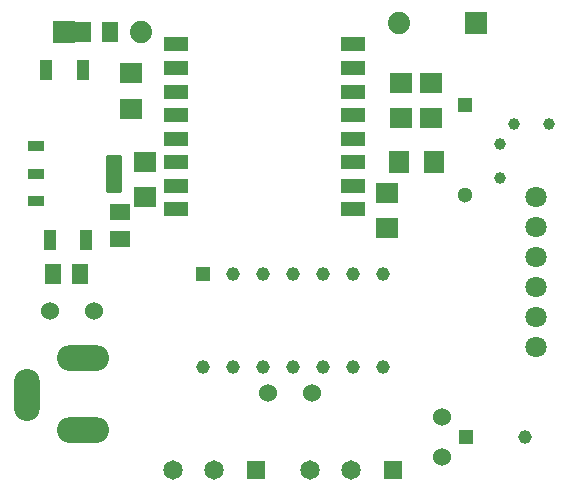
<source format=gbr>
%FSTAX23Y23*%
%MOIN*%
%SFA1B1*%

%IPPOS*%
%AMD14*
4,1,8,0.023000,0.018300,-0.023000,0.018300,-0.025800,0.015600,-0.025800,-0.015600,-0.023000,-0.018300,0.023000,-0.018300,0.025800,-0.015600,0.025800,0.015600,0.023000,0.018300,0.0*
1,1,0.005492,0.023000,0.015600*
1,1,0.005492,-0.023000,0.015600*
1,1,0.005492,-0.023000,-0.015600*
1,1,0.005492,0.023000,-0.015600*
%
%AMD15*
4,1,8,0.021900,0.063800,-0.021900,0.063800,-0.025800,0.059900,-0.025800,-0.059900,-0.021900,-0.063800,0.021900,-0.063800,0.025800,-0.059900,0.025800,0.059900,0.021900,0.063800,0.0*
1,1,0.007736,0.021900,0.059900*
1,1,0.007736,-0.021900,0.059900*
1,1,0.007736,-0.021900,-0.059900*
1,1,0.007736,0.021900,-0.059900*
%
%ADD10C,0.060000*%
%ADD11C,0.039370*%
%ADD12R,0.055118X0.066929*%
%ADD13R,0.039370X0.070866*%
G04~CAMADD=14~8~0.0~0.0~515.7~366.1~27.5~0.0~15~0.0~0.0~0.0~0.0~0~0.0~0.0~0.0~0.0~0~0.0~0.0~0.0~0.0~515.7~366.1*
%ADD14D14*%
G04~CAMADD=15~8~0.0~0.0~515.7~1275.6~38.7~0.0~15~0.0~0.0~0.0~0.0~0~0.0~0.0~0.0~0.0~0~0.0~0.0~0.0~0.0~515.7~1275.6*
%ADD15D15*%
%ADD16R,0.078740X0.047244*%
%ADD17R,0.072441X0.070866*%
%ADD18R,0.070866X0.072441*%
%ADD19R,0.066929X0.055118*%
%ADD26R,0.045275X0.045275*%
%ADD27C,0.045275*%
%ADD28C,0.074409*%
%ADD29R,0.074409X0.074409*%
%ADD30C,0.046063*%
%ADD31R,0.046063X0.046063*%
%ADD32R,0.051181X0.051181*%
%ADD33C,0.051181*%
%ADD34R,0.064960X0.064960*%
%ADD35C,0.064960*%
%ADD36O,0.086614X0.173228*%
%ADD37O,0.173228X0.086614*%
%ADD38C,0.070866*%
%LNpcb1_pads_top-1*%
%LPD*%
G54D10*
X01475Y00381D03*
Y00248D03*
X00169Y00735D03*
X00314Y00736D03*
X00895Y00462D03*
X01043D03*
G54D11*
X01716Y01358D03*
X0183D03*
X01669Y01177D03*
Y01291D03*
G54D12*
X00367Y01665D03*
X00277D03*
X00179Y00858D03*
X00269D03*
G54D13*
X00278Y01539D03*
X00156D03*
X00167Y00972D03*
X00289D03*
G54D14*
X0012Y01283D03*
Y01192D03*
Y01102D03*
G54D15*
X00383Y01192D03*
G54D16*
X00589Y01624D03*
Y01545D03*
Y01466D03*
Y01388D03*
Y01309D03*
Y0123D03*
Y01151D03*
Y01073D03*
X01179D03*
Y01151D03*
Y0123D03*
Y01309D03*
Y01388D03*
Y01466D03*
Y01545D03*
Y01624D03*
G54D17*
X01291Y01129D03*
Y01011D03*
X01338Y01496D03*
Y01377D03*
X01437Y01496D03*
Y01377D03*
X00484Y01114D03*
Y01232D03*
X00437Y01409D03*
Y01527D03*
G54D18*
X0133Y01232D03*
X01448D03*
G54D19*
X00401Y00976D03*
Y01066D03*
G54D26*
X01555Y00314D03*
G54D27*
X01751Y00314D03*
G54D28*
X01332Y01696D03*
X0047Y01665D03*
G54D29*
X01588Y01696D03*
X00214Y01665D03*
G54D30*
X00679Y00547D03*
X00779D03*
X00879D03*
X00979D03*
X01079D03*
X01179D03*
X01279D03*
Y00859D03*
X01179D03*
X01079D03*
X00979D03*
X00879D03*
X00779D03*
G54D31*
X00679Y00859D03*
G54D32*
X01551Y01422D03*
G54D33*
X01551Y01122D03*
G54D34*
X01311Y00206D03*
X00854D03*
G54D35*
X01173Y00206D03*
X01035D03*
X00578D03*
X00716D03*
G54D36*
X0009Y00456D03*
G54D37*
X00279Y00338D03*
Y00578D03*
G54D38*
X01787Y01115D03*
Y01015D03*
Y00915D03*
Y00815D03*
Y00715D03*
Y00615D03*
M02*
</source>
